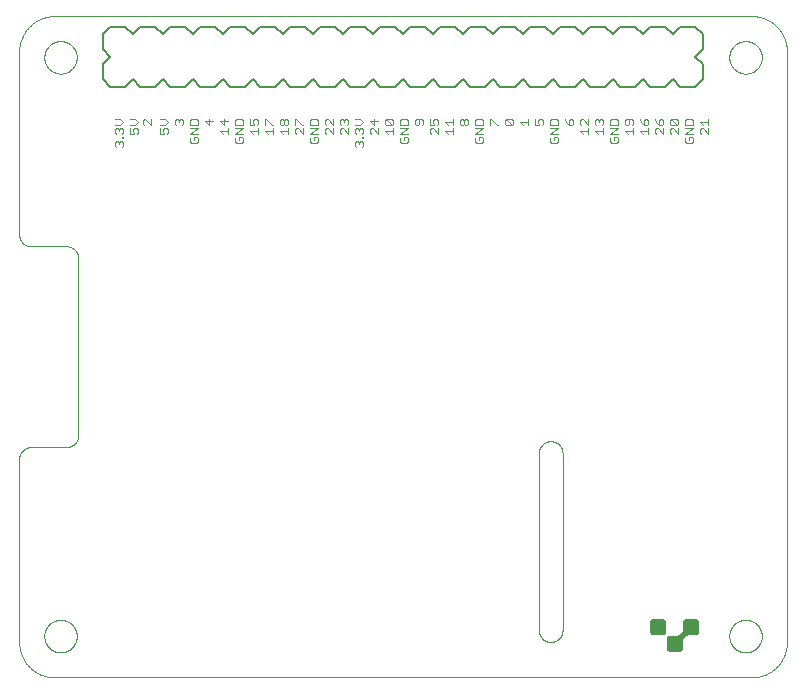
<source format=gto>
G75*
%MOIN*%
%OFA0B0*%
%FSLAX25Y25*%
%IPPOS*%
%LPD*%
%AMOC8*
5,1,8,0,0,1.08239X$1,22.5*
%
%ADD10C,0.00000*%
%ADD11C,0.00800*%
%ADD12C,0.00300*%
D10*
X0016811Y0005000D02*
X0249094Y0005000D01*
X0249379Y0005003D01*
X0249665Y0005014D01*
X0249950Y0005031D01*
X0250234Y0005055D01*
X0250518Y0005086D01*
X0250801Y0005124D01*
X0251082Y0005169D01*
X0251363Y0005220D01*
X0251643Y0005278D01*
X0251921Y0005343D01*
X0252197Y0005415D01*
X0252471Y0005493D01*
X0252744Y0005578D01*
X0253014Y0005670D01*
X0253282Y0005768D01*
X0253548Y0005872D01*
X0253811Y0005983D01*
X0254071Y0006100D01*
X0254329Y0006223D01*
X0254583Y0006353D01*
X0254834Y0006489D01*
X0255082Y0006630D01*
X0255326Y0006778D01*
X0255567Y0006931D01*
X0255803Y0007091D01*
X0256036Y0007256D01*
X0256265Y0007426D01*
X0256490Y0007602D01*
X0256710Y0007784D01*
X0256926Y0007970D01*
X0257137Y0008162D01*
X0257344Y0008359D01*
X0257546Y0008561D01*
X0257743Y0008768D01*
X0257935Y0008979D01*
X0258121Y0009195D01*
X0258303Y0009415D01*
X0258479Y0009640D01*
X0258649Y0009869D01*
X0258814Y0010102D01*
X0258974Y0010338D01*
X0259127Y0010579D01*
X0259275Y0010823D01*
X0259416Y0011071D01*
X0259552Y0011322D01*
X0259682Y0011576D01*
X0259805Y0011834D01*
X0259922Y0012094D01*
X0260033Y0012357D01*
X0260137Y0012623D01*
X0260235Y0012891D01*
X0260327Y0013161D01*
X0260412Y0013434D01*
X0260490Y0013708D01*
X0260562Y0013984D01*
X0260627Y0014262D01*
X0260685Y0014542D01*
X0260736Y0014823D01*
X0260781Y0015104D01*
X0260819Y0015387D01*
X0260850Y0015671D01*
X0260874Y0015955D01*
X0260891Y0016240D01*
X0260902Y0016526D01*
X0260905Y0016811D01*
X0260906Y0016811D02*
X0260906Y0213661D01*
X0260905Y0213661D02*
X0260902Y0213946D01*
X0260891Y0214232D01*
X0260874Y0214517D01*
X0260850Y0214801D01*
X0260819Y0215085D01*
X0260781Y0215368D01*
X0260736Y0215649D01*
X0260685Y0215930D01*
X0260627Y0216210D01*
X0260562Y0216488D01*
X0260490Y0216764D01*
X0260412Y0217038D01*
X0260327Y0217311D01*
X0260235Y0217581D01*
X0260137Y0217849D01*
X0260033Y0218115D01*
X0259922Y0218378D01*
X0259805Y0218638D01*
X0259682Y0218896D01*
X0259552Y0219150D01*
X0259416Y0219401D01*
X0259275Y0219649D01*
X0259127Y0219893D01*
X0258974Y0220134D01*
X0258814Y0220370D01*
X0258649Y0220603D01*
X0258479Y0220832D01*
X0258303Y0221057D01*
X0258121Y0221277D01*
X0257935Y0221493D01*
X0257743Y0221704D01*
X0257546Y0221911D01*
X0257344Y0222113D01*
X0257137Y0222310D01*
X0256926Y0222502D01*
X0256710Y0222688D01*
X0256490Y0222870D01*
X0256265Y0223046D01*
X0256036Y0223216D01*
X0255803Y0223381D01*
X0255567Y0223541D01*
X0255326Y0223694D01*
X0255082Y0223842D01*
X0254834Y0223983D01*
X0254583Y0224119D01*
X0254329Y0224249D01*
X0254071Y0224372D01*
X0253811Y0224489D01*
X0253548Y0224600D01*
X0253282Y0224704D01*
X0253014Y0224802D01*
X0252744Y0224894D01*
X0252471Y0224979D01*
X0252197Y0225057D01*
X0251921Y0225129D01*
X0251643Y0225194D01*
X0251363Y0225252D01*
X0251082Y0225303D01*
X0250801Y0225348D01*
X0250518Y0225386D01*
X0250234Y0225417D01*
X0249950Y0225441D01*
X0249665Y0225458D01*
X0249379Y0225469D01*
X0249094Y0225472D01*
X0016811Y0225472D01*
X0016526Y0225469D01*
X0016240Y0225458D01*
X0015955Y0225441D01*
X0015671Y0225417D01*
X0015387Y0225386D01*
X0015104Y0225348D01*
X0014823Y0225303D01*
X0014542Y0225252D01*
X0014262Y0225194D01*
X0013984Y0225129D01*
X0013708Y0225057D01*
X0013434Y0224979D01*
X0013161Y0224894D01*
X0012891Y0224802D01*
X0012623Y0224704D01*
X0012357Y0224600D01*
X0012094Y0224489D01*
X0011834Y0224372D01*
X0011576Y0224249D01*
X0011322Y0224119D01*
X0011071Y0223983D01*
X0010823Y0223842D01*
X0010579Y0223694D01*
X0010338Y0223541D01*
X0010102Y0223381D01*
X0009869Y0223216D01*
X0009640Y0223046D01*
X0009415Y0222870D01*
X0009195Y0222688D01*
X0008979Y0222502D01*
X0008768Y0222310D01*
X0008561Y0222113D01*
X0008359Y0221911D01*
X0008162Y0221704D01*
X0007970Y0221493D01*
X0007784Y0221277D01*
X0007602Y0221057D01*
X0007426Y0220832D01*
X0007256Y0220603D01*
X0007091Y0220370D01*
X0006931Y0220134D01*
X0006778Y0219893D01*
X0006630Y0219649D01*
X0006489Y0219401D01*
X0006353Y0219150D01*
X0006223Y0218896D01*
X0006100Y0218638D01*
X0005983Y0218378D01*
X0005872Y0218115D01*
X0005768Y0217849D01*
X0005670Y0217581D01*
X0005578Y0217311D01*
X0005493Y0217038D01*
X0005415Y0216764D01*
X0005343Y0216488D01*
X0005278Y0216210D01*
X0005220Y0215930D01*
X0005169Y0215649D01*
X0005124Y0215368D01*
X0005086Y0215085D01*
X0005055Y0214801D01*
X0005031Y0214517D01*
X0005014Y0214232D01*
X0005003Y0213946D01*
X0005000Y0213661D01*
X0005000Y0152638D01*
X0005002Y0152514D01*
X0005008Y0152391D01*
X0005017Y0152267D01*
X0005031Y0152145D01*
X0005048Y0152022D01*
X0005070Y0151900D01*
X0005095Y0151779D01*
X0005124Y0151659D01*
X0005156Y0151540D01*
X0005193Y0151421D01*
X0005233Y0151304D01*
X0005276Y0151189D01*
X0005324Y0151074D01*
X0005375Y0150962D01*
X0005429Y0150851D01*
X0005487Y0150741D01*
X0005548Y0150634D01*
X0005613Y0150528D01*
X0005681Y0150425D01*
X0005752Y0150324D01*
X0005826Y0150225D01*
X0005903Y0150128D01*
X0005984Y0150034D01*
X0006067Y0149943D01*
X0006153Y0149854D01*
X0006242Y0149768D01*
X0006333Y0149685D01*
X0006427Y0149604D01*
X0006524Y0149527D01*
X0006623Y0149453D01*
X0006724Y0149382D01*
X0006827Y0149314D01*
X0006933Y0149249D01*
X0007040Y0149188D01*
X0007150Y0149130D01*
X0007261Y0149076D01*
X0007373Y0149025D01*
X0007488Y0148977D01*
X0007603Y0148934D01*
X0007720Y0148894D01*
X0007839Y0148857D01*
X0007958Y0148825D01*
X0008078Y0148796D01*
X0008199Y0148771D01*
X0008321Y0148749D01*
X0008444Y0148732D01*
X0008566Y0148718D01*
X0008690Y0148709D01*
X0008813Y0148703D01*
X0008937Y0148701D01*
X0020748Y0148701D01*
X0020872Y0148699D01*
X0020995Y0148693D01*
X0021119Y0148684D01*
X0021241Y0148670D01*
X0021364Y0148653D01*
X0021486Y0148631D01*
X0021607Y0148606D01*
X0021727Y0148577D01*
X0021846Y0148545D01*
X0021965Y0148508D01*
X0022082Y0148468D01*
X0022197Y0148425D01*
X0022312Y0148377D01*
X0022424Y0148326D01*
X0022535Y0148272D01*
X0022645Y0148214D01*
X0022752Y0148153D01*
X0022858Y0148088D01*
X0022961Y0148020D01*
X0023062Y0147949D01*
X0023161Y0147875D01*
X0023258Y0147798D01*
X0023352Y0147717D01*
X0023443Y0147634D01*
X0023532Y0147548D01*
X0023618Y0147459D01*
X0023701Y0147368D01*
X0023782Y0147274D01*
X0023859Y0147177D01*
X0023933Y0147078D01*
X0024004Y0146977D01*
X0024072Y0146874D01*
X0024137Y0146768D01*
X0024198Y0146661D01*
X0024256Y0146551D01*
X0024310Y0146440D01*
X0024361Y0146328D01*
X0024409Y0146213D01*
X0024452Y0146098D01*
X0024492Y0145981D01*
X0024529Y0145862D01*
X0024561Y0145743D01*
X0024590Y0145623D01*
X0024615Y0145502D01*
X0024637Y0145380D01*
X0024654Y0145257D01*
X0024668Y0145135D01*
X0024677Y0145011D01*
X0024683Y0144888D01*
X0024685Y0144764D01*
X0024685Y0085709D01*
X0024683Y0085585D01*
X0024677Y0085462D01*
X0024668Y0085338D01*
X0024654Y0085216D01*
X0024637Y0085093D01*
X0024615Y0084971D01*
X0024590Y0084850D01*
X0024561Y0084730D01*
X0024529Y0084611D01*
X0024492Y0084492D01*
X0024452Y0084375D01*
X0024409Y0084260D01*
X0024361Y0084145D01*
X0024310Y0084033D01*
X0024256Y0083922D01*
X0024198Y0083812D01*
X0024137Y0083705D01*
X0024072Y0083599D01*
X0024004Y0083496D01*
X0023933Y0083395D01*
X0023859Y0083296D01*
X0023782Y0083199D01*
X0023701Y0083105D01*
X0023618Y0083014D01*
X0023532Y0082925D01*
X0023443Y0082839D01*
X0023352Y0082756D01*
X0023258Y0082675D01*
X0023161Y0082598D01*
X0023062Y0082524D01*
X0022961Y0082453D01*
X0022858Y0082385D01*
X0022752Y0082320D01*
X0022645Y0082259D01*
X0022535Y0082201D01*
X0022424Y0082147D01*
X0022312Y0082096D01*
X0022197Y0082048D01*
X0022082Y0082005D01*
X0021965Y0081965D01*
X0021846Y0081928D01*
X0021727Y0081896D01*
X0021607Y0081867D01*
X0021486Y0081842D01*
X0021364Y0081820D01*
X0021241Y0081803D01*
X0021119Y0081789D01*
X0020995Y0081780D01*
X0020872Y0081774D01*
X0020748Y0081772D01*
X0008937Y0081772D01*
X0008813Y0081770D01*
X0008690Y0081764D01*
X0008566Y0081755D01*
X0008444Y0081741D01*
X0008321Y0081724D01*
X0008199Y0081702D01*
X0008078Y0081677D01*
X0007958Y0081648D01*
X0007839Y0081616D01*
X0007720Y0081579D01*
X0007603Y0081539D01*
X0007488Y0081496D01*
X0007373Y0081448D01*
X0007261Y0081397D01*
X0007150Y0081343D01*
X0007040Y0081285D01*
X0006933Y0081224D01*
X0006827Y0081159D01*
X0006724Y0081091D01*
X0006623Y0081020D01*
X0006524Y0080946D01*
X0006427Y0080869D01*
X0006333Y0080788D01*
X0006242Y0080705D01*
X0006153Y0080619D01*
X0006067Y0080530D01*
X0005984Y0080439D01*
X0005903Y0080345D01*
X0005826Y0080248D01*
X0005752Y0080149D01*
X0005681Y0080048D01*
X0005613Y0079945D01*
X0005548Y0079839D01*
X0005487Y0079732D01*
X0005429Y0079622D01*
X0005375Y0079511D01*
X0005324Y0079399D01*
X0005276Y0079284D01*
X0005233Y0079169D01*
X0005193Y0079052D01*
X0005156Y0078933D01*
X0005124Y0078814D01*
X0005095Y0078694D01*
X0005070Y0078573D01*
X0005048Y0078451D01*
X0005031Y0078328D01*
X0005017Y0078206D01*
X0005008Y0078082D01*
X0005002Y0077959D01*
X0005000Y0077835D01*
X0005000Y0016811D01*
X0005003Y0016526D01*
X0005014Y0016240D01*
X0005031Y0015955D01*
X0005055Y0015671D01*
X0005086Y0015387D01*
X0005124Y0015104D01*
X0005169Y0014823D01*
X0005220Y0014542D01*
X0005278Y0014262D01*
X0005343Y0013984D01*
X0005415Y0013708D01*
X0005493Y0013434D01*
X0005578Y0013161D01*
X0005670Y0012891D01*
X0005768Y0012623D01*
X0005872Y0012357D01*
X0005983Y0012094D01*
X0006100Y0011834D01*
X0006223Y0011576D01*
X0006353Y0011322D01*
X0006489Y0011071D01*
X0006630Y0010823D01*
X0006778Y0010579D01*
X0006931Y0010338D01*
X0007091Y0010102D01*
X0007256Y0009869D01*
X0007426Y0009640D01*
X0007602Y0009415D01*
X0007784Y0009195D01*
X0007970Y0008979D01*
X0008162Y0008768D01*
X0008359Y0008561D01*
X0008561Y0008359D01*
X0008768Y0008162D01*
X0008979Y0007970D01*
X0009195Y0007784D01*
X0009415Y0007602D01*
X0009640Y0007426D01*
X0009869Y0007256D01*
X0010102Y0007091D01*
X0010338Y0006931D01*
X0010579Y0006778D01*
X0010823Y0006630D01*
X0011071Y0006489D01*
X0011322Y0006353D01*
X0011576Y0006223D01*
X0011834Y0006100D01*
X0012094Y0005983D01*
X0012357Y0005872D01*
X0012623Y0005768D01*
X0012891Y0005670D01*
X0013161Y0005578D01*
X0013434Y0005493D01*
X0013708Y0005415D01*
X0013984Y0005343D01*
X0014262Y0005278D01*
X0014542Y0005220D01*
X0014823Y0005169D01*
X0015104Y0005124D01*
X0015387Y0005086D01*
X0015671Y0005055D01*
X0015955Y0005031D01*
X0016240Y0005014D01*
X0016526Y0005003D01*
X0016811Y0005000D01*
X0013367Y0018780D02*
X0013369Y0018927D01*
X0013375Y0019073D01*
X0013385Y0019219D01*
X0013399Y0019365D01*
X0013417Y0019511D01*
X0013438Y0019656D01*
X0013464Y0019800D01*
X0013494Y0019944D01*
X0013527Y0020086D01*
X0013564Y0020228D01*
X0013605Y0020369D01*
X0013650Y0020508D01*
X0013699Y0020647D01*
X0013751Y0020784D01*
X0013808Y0020919D01*
X0013867Y0021053D01*
X0013931Y0021185D01*
X0013998Y0021315D01*
X0014068Y0021444D01*
X0014142Y0021571D01*
X0014219Y0021695D01*
X0014300Y0021818D01*
X0014384Y0021938D01*
X0014471Y0022056D01*
X0014561Y0022171D01*
X0014654Y0022284D01*
X0014751Y0022395D01*
X0014850Y0022503D01*
X0014952Y0022608D01*
X0015057Y0022710D01*
X0015165Y0022809D01*
X0015276Y0022906D01*
X0015389Y0022999D01*
X0015504Y0023089D01*
X0015622Y0023176D01*
X0015742Y0023260D01*
X0015865Y0023341D01*
X0015989Y0023418D01*
X0016116Y0023492D01*
X0016245Y0023562D01*
X0016375Y0023629D01*
X0016507Y0023693D01*
X0016641Y0023752D01*
X0016776Y0023809D01*
X0016913Y0023861D01*
X0017052Y0023910D01*
X0017191Y0023955D01*
X0017332Y0023996D01*
X0017474Y0024033D01*
X0017616Y0024066D01*
X0017760Y0024096D01*
X0017904Y0024122D01*
X0018049Y0024143D01*
X0018195Y0024161D01*
X0018341Y0024175D01*
X0018487Y0024185D01*
X0018633Y0024191D01*
X0018780Y0024193D01*
X0018927Y0024191D01*
X0019073Y0024185D01*
X0019219Y0024175D01*
X0019365Y0024161D01*
X0019511Y0024143D01*
X0019656Y0024122D01*
X0019800Y0024096D01*
X0019944Y0024066D01*
X0020086Y0024033D01*
X0020228Y0023996D01*
X0020369Y0023955D01*
X0020508Y0023910D01*
X0020647Y0023861D01*
X0020784Y0023809D01*
X0020919Y0023752D01*
X0021053Y0023693D01*
X0021185Y0023629D01*
X0021315Y0023562D01*
X0021444Y0023492D01*
X0021571Y0023418D01*
X0021695Y0023341D01*
X0021818Y0023260D01*
X0021938Y0023176D01*
X0022056Y0023089D01*
X0022171Y0022999D01*
X0022284Y0022906D01*
X0022395Y0022809D01*
X0022503Y0022710D01*
X0022608Y0022608D01*
X0022710Y0022503D01*
X0022809Y0022395D01*
X0022906Y0022284D01*
X0022999Y0022171D01*
X0023089Y0022056D01*
X0023176Y0021938D01*
X0023260Y0021818D01*
X0023341Y0021695D01*
X0023418Y0021571D01*
X0023492Y0021444D01*
X0023562Y0021315D01*
X0023629Y0021185D01*
X0023693Y0021053D01*
X0023752Y0020919D01*
X0023809Y0020784D01*
X0023861Y0020647D01*
X0023910Y0020508D01*
X0023955Y0020369D01*
X0023996Y0020228D01*
X0024033Y0020086D01*
X0024066Y0019944D01*
X0024096Y0019800D01*
X0024122Y0019656D01*
X0024143Y0019511D01*
X0024161Y0019365D01*
X0024175Y0019219D01*
X0024185Y0019073D01*
X0024191Y0018927D01*
X0024193Y0018780D01*
X0024191Y0018633D01*
X0024185Y0018487D01*
X0024175Y0018341D01*
X0024161Y0018195D01*
X0024143Y0018049D01*
X0024122Y0017904D01*
X0024096Y0017760D01*
X0024066Y0017616D01*
X0024033Y0017474D01*
X0023996Y0017332D01*
X0023955Y0017191D01*
X0023910Y0017052D01*
X0023861Y0016913D01*
X0023809Y0016776D01*
X0023752Y0016641D01*
X0023693Y0016507D01*
X0023629Y0016375D01*
X0023562Y0016245D01*
X0023492Y0016116D01*
X0023418Y0015989D01*
X0023341Y0015865D01*
X0023260Y0015742D01*
X0023176Y0015622D01*
X0023089Y0015504D01*
X0022999Y0015389D01*
X0022906Y0015276D01*
X0022809Y0015165D01*
X0022710Y0015057D01*
X0022608Y0014952D01*
X0022503Y0014850D01*
X0022395Y0014751D01*
X0022284Y0014654D01*
X0022171Y0014561D01*
X0022056Y0014471D01*
X0021938Y0014384D01*
X0021818Y0014300D01*
X0021695Y0014219D01*
X0021571Y0014142D01*
X0021444Y0014068D01*
X0021315Y0013998D01*
X0021185Y0013931D01*
X0021053Y0013867D01*
X0020919Y0013808D01*
X0020784Y0013751D01*
X0020647Y0013699D01*
X0020508Y0013650D01*
X0020369Y0013605D01*
X0020228Y0013564D01*
X0020086Y0013527D01*
X0019944Y0013494D01*
X0019800Y0013464D01*
X0019656Y0013438D01*
X0019511Y0013417D01*
X0019365Y0013399D01*
X0019219Y0013385D01*
X0019073Y0013375D01*
X0018927Y0013369D01*
X0018780Y0013367D01*
X0018633Y0013369D01*
X0018487Y0013375D01*
X0018341Y0013385D01*
X0018195Y0013399D01*
X0018049Y0013417D01*
X0017904Y0013438D01*
X0017760Y0013464D01*
X0017616Y0013494D01*
X0017474Y0013527D01*
X0017332Y0013564D01*
X0017191Y0013605D01*
X0017052Y0013650D01*
X0016913Y0013699D01*
X0016776Y0013751D01*
X0016641Y0013808D01*
X0016507Y0013867D01*
X0016375Y0013931D01*
X0016245Y0013998D01*
X0016116Y0014068D01*
X0015989Y0014142D01*
X0015865Y0014219D01*
X0015742Y0014300D01*
X0015622Y0014384D01*
X0015504Y0014471D01*
X0015389Y0014561D01*
X0015276Y0014654D01*
X0015165Y0014751D01*
X0015057Y0014850D01*
X0014952Y0014952D01*
X0014850Y0015057D01*
X0014751Y0015165D01*
X0014654Y0015276D01*
X0014561Y0015389D01*
X0014471Y0015504D01*
X0014384Y0015622D01*
X0014300Y0015742D01*
X0014219Y0015865D01*
X0014142Y0015989D01*
X0014068Y0016116D01*
X0013998Y0016245D01*
X0013931Y0016375D01*
X0013867Y0016507D01*
X0013808Y0016641D01*
X0013751Y0016776D01*
X0013699Y0016913D01*
X0013650Y0017052D01*
X0013605Y0017191D01*
X0013564Y0017332D01*
X0013527Y0017474D01*
X0013494Y0017616D01*
X0013464Y0017760D01*
X0013438Y0017904D01*
X0013417Y0018049D01*
X0013399Y0018195D01*
X0013385Y0018341D01*
X0013375Y0018487D01*
X0013369Y0018633D01*
X0013367Y0018780D01*
X0178228Y0020748D02*
X0178228Y0079803D01*
X0178230Y0079927D01*
X0178236Y0080050D01*
X0178245Y0080174D01*
X0178259Y0080296D01*
X0178276Y0080419D01*
X0178298Y0080541D01*
X0178323Y0080662D01*
X0178352Y0080782D01*
X0178384Y0080901D01*
X0178421Y0081020D01*
X0178461Y0081137D01*
X0178504Y0081252D01*
X0178552Y0081367D01*
X0178603Y0081479D01*
X0178657Y0081590D01*
X0178715Y0081700D01*
X0178776Y0081807D01*
X0178841Y0081913D01*
X0178909Y0082016D01*
X0178980Y0082117D01*
X0179054Y0082216D01*
X0179131Y0082313D01*
X0179212Y0082407D01*
X0179295Y0082498D01*
X0179381Y0082587D01*
X0179470Y0082673D01*
X0179561Y0082756D01*
X0179655Y0082837D01*
X0179752Y0082914D01*
X0179851Y0082988D01*
X0179952Y0083059D01*
X0180055Y0083127D01*
X0180161Y0083192D01*
X0180268Y0083253D01*
X0180378Y0083311D01*
X0180489Y0083365D01*
X0180601Y0083416D01*
X0180716Y0083464D01*
X0180831Y0083507D01*
X0180948Y0083547D01*
X0181067Y0083584D01*
X0181186Y0083616D01*
X0181306Y0083645D01*
X0181427Y0083670D01*
X0181549Y0083692D01*
X0181672Y0083709D01*
X0181794Y0083723D01*
X0181918Y0083732D01*
X0182041Y0083738D01*
X0182165Y0083740D01*
X0182289Y0083738D01*
X0182412Y0083732D01*
X0182536Y0083723D01*
X0182658Y0083709D01*
X0182781Y0083692D01*
X0182903Y0083670D01*
X0183024Y0083645D01*
X0183144Y0083616D01*
X0183263Y0083584D01*
X0183382Y0083547D01*
X0183499Y0083507D01*
X0183614Y0083464D01*
X0183729Y0083416D01*
X0183841Y0083365D01*
X0183952Y0083311D01*
X0184062Y0083253D01*
X0184169Y0083192D01*
X0184275Y0083127D01*
X0184378Y0083059D01*
X0184479Y0082988D01*
X0184578Y0082914D01*
X0184675Y0082837D01*
X0184769Y0082756D01*
X0184860Y0082673D01*
X0184949Y0082587D01*
X0185035Y0082498D01*
X0185118Y0082407D01*
X0185199Y0082313D01*
X0185276Y0082216D01*
X0185350Y0082117D01*
X0185421Y0082016D01*
X0185489Y0081913D01*
X0185554Y0081807D01*
X0185615Y0081700D01*
X0185673Y0081590D01*
X0185727Y0081479D01*
X0185778Y0081367D01*
X0185826Y0081252D01*
X0185869Y0081137D01*
X0185909Y0081020D01*
X0185946Y0080901D01*
X0185978Y0080782D01*
X0186007Y0080662D01*
X0186032Y0080541D01*
X0186054Y0080419D01*
X0186071Y0080296D01*
X0186085Y0080174D01*
X0186094Y0080050D01*
X0186100Y0079927D01*
X0186102Y0079803D01*
X0186102Y0020748D01*
X0182165Y0016811D02*
X0182041Y0016813D01*
X0181918Y0016819D01*
X0181794Y0016828D01*
X0181672Y0016842D01*
X0181549Y0016859D01*
X0181427Y0016881D01*
X0181306Y0016906D01*
X0181186Y0016935D01*
X0181067Y0016967D01*
X0180948Y0017004D01*
X0180831Y0017044D01*
X0180716Y0017087D01*
X0180601Y0017135D01*
X0180489Y0017186D01*
X0180378Y0017240D01*
X0180268Y0017298D01*
X0180161Y0017359D01*
X0180055Y0017424D01*
X0179952Y0017492D01*
X0179851Y0017563D01*
X0179752Y0017637D01*
X0179655Y0017714D01*
X0179561Y0017795D01*
X0179470Y0017878D01*
X0179381Y0017964D01*
X0179295Y0018053D01*
X0179212Y0018144D01*
X0179131Y0018238D01*
X0179054Y0018335D01*
X0178980Y0018434D01*
X0178909Y0018535D01*
X0178841Y0018638D01*
X0178776Y0018744D01*
X0178715Y0018851D01*
X0178657Y0018961D01*
X0178603Y0019072D01*
X0178552Y0019184D01*
X0178504Y0019299D01*
X0178461Y0019414D01*
X0178421Y0019531D01*
X0178384Y0019650D01*
X0178352Y0019769D01*
X0178323Y0019889D01*
X0178298Y0020010D01*
X0178276Y0020132D01*
X0178259Y0020255D01*
X0178245Y0020377D01*
X0178236Y0020501D01*
X0178230Y0020624D01*
X0178228Y0020748D01*
X0182165Y0016811D02*
X0182289Y0016813D01*
X0182412Y0016819D01*
X0182536Y0016828D01*
X0182658Y0016842D01*
X0182781Y0016859D01*
X0182903Y0016881D01*
X0183024Y0016906D01*
X0183144Y0016935D01*
X0183263Y0016967D01*
X0183382Y0017004D01*
X0183499Y0017044D01*
X0183614Y0017087D01*
X0183729Y0017135D01*
X0183841Y0017186D01*
X0183952Y0017240D01*
X0184062Y0017298D01*
X0184169Y0017359D01*
X0184275Y0017424D01*
X0184378Y0017492D01*
X0184479Y0017563D01*
X0184578Y0017637D01*
X0184675Y0017714D01*
X0184769Y0017795D01*
X0184860Y0017878D01*
X0184949Y0017964D01*
X0185035Y0018053D01*
X0185118Y0018144D01*
X0185199Y0018238D01*
X0185276Y0018335D01*
X0185350Y0018434D01*
X0185421Y0018535D01*
X0185489Y0018638D01*
X0185554Y0018744D01*
X0185615Y0018851D01*
X0185673Y0018961D01*
X0185727Y0019072D01*
X0185778Y0019184D01*
X0185826Y0019299D01*
X0185869Y0019414D01*
X0185909Y0019531D01*
X0185946Y0019650D01*
X0185978Y0019769D01*
X0186007Y0019889D01*
X0186032Y0020010D01*
X0186054Y0020132D01*
X0186071Y0020255D01*
X0186085Y0020377D01*
X0186094Y0020501D01*
X0186100Y0020624D01*
X0186102Y0020748D01*
X0241713Y0018780D02*
X0241715Y0018927D01*
X0241721Y0019073D01*
X0241731Y0019219D01*
X0241745Y0019365D01*
X0241763Y0019511D01*
X0241784Y0019656D01*
X0241810Y0019800D01*
X0241840Y0019944D01*
X0241873Y0020086D01*
X0241910Y0020228D01*
X0241951Y0020369D01*
X0241996Y0020508D01*
X0242045Y0020647D01*
X0242097Y0020784D01*
X0242154Y0020919D01*
X0242213Y0021053D01*
X0242277Y0021185D01*
X0242344Y0021315D01*
X0242414Y0021444D01*
X0242488Y0021571D01*
X0242565Y0021695D01*
X0242646Y0021818D01*
X0242730Y0021938D01*
X0242817Y0022056D01*
X0242907Y0022171D01*
X0243000Y0022284D01*
X0243097Y0022395D01*
X0243196Y0022503D01*
X0243298Y0022608D01*
X0243403Y0022710D01*
X0243511Y0022809D01*
X0243622Y0022906D01*
X0243735Y0022999D01*
X0243850Y0023089D01*
X0243968Y0023176D01*
X0244088Y0023260D01*
X0244211Y0023341D01*
X0244335Y0023418D01*
X0244462Y0023492D01*
X0244591Y0023562D01*
X0244721Y0023629D01*
X0244853Y0023693D01*
X0244987Y0023752D01*
X0245122Y0023809D01*
X0245259Y0023861D01*
X0245398Y0023910D01*
X0245537Y0023955D01*
X0245678Y0023996D01*
X0245820Y0024033D01*
X0245962Y0024066D01*
X0246106Y0024096D01*
X0246250Y0024122D01*
X0246395Y0024143D01*
X0246541Y0024161D01*
X0246687Y0024175D01*
X0246833Y0024185D01*
X0246979Y0024191D01*
X0247126Y0024193D01*
X0247273Y0024191D01*
X0247419Y0024185D01*
X0247565Y0024175D01*
X0247711Y0024161D01*
X0247857Y0024143D01*
X0248002Y0024122D01*
X0248146Y0024096D01*
X0248290Y0024066D01*
X0248432Y0024033D01*
X0248574Y0023996D01*
X0248715Y0023955D01*
X0248854Y0023910D01*
X0248993Y0023861D01*
X0249130Y0023809D01*
X0249265Y0023752D01*
X0249399Y0023693D01*
X0249531Y0023629D01*
X0249661Y0023562D01*
X0249790Y0023492D01*
X0249917Y0023418D01*
X0250041Y0023341D01*
X0250164Y0023260D01*
X0250284Y0023176D01*
X0250402Y0023089D01*
X0250517Y0022999D01*
X0250630Y0022906D01*
X0250741Y0022809D01*
X0250849Y0022710D01*
X0250954Y0022608D01*
X0251056Y0022503D01*
X0251155Y0022395D01*
X0251252Y0022284D01*
X0251345Y0022171D01*
X0251435Y0022056D01*
X0251522Y0021938D01*
X0251606Y0021818D01*
X0251687Y0021695D01*
X0251764Y0021571D01*
X0251838Y0021444D01*
X0251908Y0021315D01*
X0251975Y0021185D01*
X0252039Y0021053D01*
X0252098Y0020919D01*
X0252155Y0020784D01*
X0252207Y0020647D01*
X0252256Y0020508D01*
X0252301Y0020369D01*
X0252342Y0020228D01*
X0252379Y0020086D01*
X0252412Y0019944D01*
X0252442Y0019800D01*
X0252468Y0019656D01*
X0252489Y0019511D01*
X0252507Y0019365D01*
X0252521Y0019219D01*
X0252531Y0019073D01*
X0252537Y0018927D01*
X0252539Y0018780D01*
X0252537Y0018633D01*
X0252531Y0018487D01*
X0252521Y0018341D01*
X0252507Y0018195D01*
X0252489Y0018049D01*
X0252468Y0017904D01*
X0252442Y0017760D01*
X0252412Y0017616D01*
X0252379Y0017474D01*
X0252342Y0017332D01*
X0252301Y0017191D01*
X0252256Y0017052D01*
X0252207Y0016913D01*
X0252155Y0016776D01*
X0252098Y0016641D01*
X0252039Y0016507D01*
X0251975Y0016375D01*
X0251908Y0016245D01*
X0251838Y0016116D01*
X0251764Y0015989D01*
X0251687Y0015865D01*
X0251606Y0015742D01*
X0251522Y0015622D01*
X0251435Y0015504D01*
X0251345Y0015389D01*
X0251252Y0015276D01*
X0251155Y0015165D01*
X0251056Y0015057D01*
X0250954Y0014952D01*
X0250849Y0014850D01*
X0250741Y0014751D01*
X0250630Y0014654D01*
X0250517Y0014561D01*
X0250402Y0014471D01*
X0250284Y0014384D01*
X0250164Y0014300D01*
X0250041Y0014219D01*
X0249917Y0014142D01*
X0249790Y0014068D01*
X0249661Y0013998D01*
X0249531Y0013931D01*
X0249399Y0013867D01*
X0249265Y0013808D01*
X0249130Y0013751D01*
X0248993Y0013699D01*
X0248854Y0013650D01*
X0248715Y0013605D01*
X0248574Y0013564D01*
X0248432Y0013527D01*
X0248290Y0013494D01*
X0248146Y0013464D01*
X0248002Y0013438D01*
X0247857Y0013417D01*
X0247711Y0013399D01*
X0247565Y0013385D01*
X0247419Y0013375D01*
X0247273Y0013369D01*
X0247126Y0013367D01*
X0246979Y0013369D01*
X0246833Y0013375D01*
X0246687Y0013385D01*
X0246541Y0013399D01*
X0246395Y0013417D01*
X0246250Y0013438D01*
X0246106Y0013464D01*
X0245962Y0013494D01*
X0245820Y0013527D01*
X0245678Y0013564D01*
X0245537Y0013605D01*
X0245398Y0013650D01*
X0245259Y0013699D01*
X0245122Y0013751D01*
X0244987Y0013808D01*
X0244853Y0013867D01*
X0244721Y0013931D01*
X0244591Y0013998D01*
X0244462Y0014068D01*
X0244335Y0014142D01*
X0244211Y0014219D01*
X0244088Y0014300D01*
X0243968Y0014384D01*
X0243850Y0014471D01*
X0243735Y0014561D01*
X0243622Y0014654D01*
X0243511Y0014751D01*
X0243403Y0014850D01*
X0243298Y0014952D01*
X0243196Y0015057D01*
X0243097Y0015165D01*
X0243000Y0015276D01*
X0242907Y0015389D01*
X0242817Y0015504D01*
X0242730Y0015622D01*
X0242646Y0015742D01*
X0242565Y0015865D01*
X0242488Y0015989D01*
X0242414Y0016116D01*
X0242344Y0016245D01*
X0242277Y0016375D01*
X0242213Y0016507D01*
X0242154Y0016641D01*
X0242097Y0016776D01*
X0242045Y0016913D01*
X0241996Y0017052D01*
X0241951Y0017191D01*
X0241910Y0017332D01*
X0241873Y0017474D01*
X0241840Y0017616D01*
X0241810Y0017760D01*
X0241784Y0017904D01*
X0241763Y0018049D01*
X0241745Y0018195D01*
X0241731Y0018341D01*
X0241721Y0018487D01*
X0241715Y0018633D01*
X0241713Y0018780D01*
X0241713Y0211693D02*
X0241715Y0211840D01*
X0241721Y0211986D01*
X0241731Y0212132D01*
X0241745Y0212278D01*
X0241763Y0212424D01*
X0241784Y0212569D01*
X0241810Y0212713D01*
X0241840Y0212857D01*
X0241873Y0212999D01*
X0241910Y0213141D01*
X0241951Y0213282D01*
X0241996Y0213421D01*
X0242045Y0213560D01*
X0242097Y0213697D01*
X0242154Y0213832D01*
X0242213Y0213966D01*
X0242277Y0214098D01*
X0242344Y0214228D01*
X0242414Y0214357D01*
X0242488Y0214484D01*
X0242565Y0214608D01*
X0242646Y0214731D01*
X0242730Y0214851D01*
X0242817Y0214969D01*
X0242907Y0215084D01*
X0243000Y0215197D01*
X0243097Y0215308D01*
X0243196Y0215416D01*
X0243298Y0215521D01*
X0243403Y0215623D01*
X0243511Y0215722D01*
X0243622Y0215819D01*
X0243735Y0215912D01*
X0243850Y0216002D01*
X0243968Y0216089D01*
X0244088Y0216173D01*
X0244211Y0216254D01*
X0244335Y0216331D01*
X0244462Y0216405D01*
X0244591Y0216475D01*
X0244721Y0216542D01*
X0244853Y0216606D01*
X0244987Y0216665D01*
X0245122Y0216722D01*
X0245259Y0216774D01*
X0245398Y0216823D01*
X0245537Y0216868D01*
X0245678Y0216909D01*
X0245820Y0216946D01*
X0245962Y0216979D01*
X0246106Y0217009D01*
X0246250Y0217035D01*
X0246395Y0217056D01*
X0246541Y0217074D01*
X0246687Y0217088D01*
X0246833Y0217098D01*
X0246979Y0217104D01*
X0247126Y0217106D01*
X0247273Y0217104D01*
X0247419Y0217098D01*
X0247565Y0217088D01*
X0247711Y0217074D01*
X0247857Y0217056D01*
X0248002Y0217035D01*
X0248146Y0217009D01*
X0248290Y0216979D01*
X0248432Y0216946D01*
X0248574Y0216909D01*
X0248715Y0216868D01*
X0248854Y0216823D01*
X0248993Y0216774D01*
X0249130Y0216722D01*
X0249265Y0216665D01*
X0249399Y0216606D01*
X0249531Y0216542D01*
X0249661Y0216475D01*
X0249790Y0216405D01*
X0249917Y0216331D01*
X0250041Y0216254D01*
X0250164Y0216173D01*
X0250284Y0216089D01*
X0250402Y0216002D01*
X0250517Y0215912D01*
X0250630Y0215819D01*
X0250741Y0215722D01*
X0250849Y0215623D01*
X0250954Y0215521D01*
X0251056Y0215416D01*
X0251155Y0215308D01*
X0251252Y0215197D01*
X0251345Y0215084D01*
X0251435Y0214969D01*
X0251522Y0214851D01*
X0251606Y0214731D01*
X0251687Y0214608D01*
X0251764Y0214484D01*
X0251838Y0214357D01*
X0251908Y0214228D01*
X0251975Y0214098D01*
X0252039Y0213966D01*
X0252098Y0213832D01*
X0252155Y0213697D01*
X0252207Y0213560D01*
X0252256Y0213421D01*
X0252301Y0213282D01*
X0252342Y0213141D01*
X0252379Y0212999D01*
X0252412Y0212857D01*
X0252442Y0212713D01*
X0252468Y0212569D01*
X0252489Y0212424D01*
X0252507Y0212278D01*
X0252521Y0212132D01*
X0252531Y0211986D01*
X0252537Y0211840D01*
X0252539Y0211693D01*
X0252537Y0211546D01*
X0252531Y0211400D01*
X0252521Y0211254D01*
X0252507Y0211108D01*
X0252489Y0210962D01*
X0252468Y0210817D01*
X0252442Y0210673D01*
X0252412Y0210529D01*
X0252379Y0210387D01*
X0252342Y0210245D01*
X0252301Y0210104D01*
X0252256Y0209965D01*
X0252207Y0209826D01*
X0252155Y0209689D01*
X0252098Y0209554D01*
X0252039Y0209420D01*
X0251975Y0209288D01*
X0251908Y0209158D01*
X0251838Y0209029D01*
X0251764Y0208902D01*
X0251687Y0208778D01*
X0251606Y0208655D01*
X0251522Y0208535D01*
X0251435Y0208417D01*
X0251345Y0208302D01*
X0251252Y0208189D01*
X0251155Y0208078D01*
X0251056Y0207970D01*
X0250954Y0207865D01*
X0250849Y0207763D01*
X0250741Y0207664D01*
X0250630Y0207567D01*
X0250517Y0207474D01*
X0250402Y0207384D01*
X0250284Y0207297D01*
X0250164Y0207213D01*
X0250041Y0207132D01*
X0249917Y0207055D01*
X0249790Y0206981D01*
X0249661Y0206911D01*
X0249531Y0206844D01*
X0249399Y0206780D01*
X0249265Y0206721D01*
X0249130Y0206664D01*
X0248993Y0206612D01*
X0248854Y0206563D01*
X0248715Y0206518D01*
X0248574Y0206477D01*
X0248432Y0206440D01*
X0248290Y0206407D01*
X0248146Y0206377D01*
X0248002Y0206351D01*
X0247857Y0206330D01*
X0247711Y0206312D01*
X0247565Y0206298D01*
X0247419Y0206288D01*
X0247273Y0206282D01*
X0247126Y0206280D01*
X0246979Y0206282D01*
X0246833Y0206288D01*
X0246687Y0206298D01*
X0246541Y0206312D01*
X0246395Y0206330D01*
X0246250Y0206351D01*
X0246106Y0206377D01*
X0245962Y0206407D01*
X0245820Y0206440D01*
X0245678Y0206477D01*
X0245537Y0206518D01*
X0245398Y0206563D01*
X0245259Y0206612D01*
X0245122Y0206664D01*
X0244987Y0206721D01*
X0244853Y0206780D01*
X0244721Y0206844D01*
X0244591Y0206911D01*
X0244462Y0206981D01*
X0244335Y0207055D01*
X0244211Y0207132D01*
X0244088Y0207213D01*
X0243968Y0207297D01*
X0243850Y0207384D01*
X0243735Y0207474D01*
X0243622Y0207567D01*
X0243511Y0207664D01*
X0243403Y0207763D01*
X0243298Y0207865D01*
X0243196Y0207970D01*
X0243097Y0208078D01*
X0243000Y0208189D01*
X0242907Y0208302D01*
X0242817Y0208417D01*
X0242730Y0208535D01*
X0242646Y0208655D01*
X0242565Y0208778D01*
X0242488Y0208902D01*
X0242414Y0209029D01*
X0242344Y0209158D01*
X0242277Y0209288D01*
X0242213Y0209420D01*
X0242154Y0209554D01*
X0242097Y0209689D01*
X0242045Y0209826D01*
X0241996Y0209965D01*
X0241951Y0210104D01*
X0241910Y0210245D01*
X0241873Y0210387D01*
X0241840Y0210529D01*
X0241810Y0210673D01*
X0241784Y0210817D01*
X0241763Y0210962D01*
X0241745Y0211108D01*
X0241731Y0211254D01*
X0241721Y0211400D01*
X0241715Y0211546D01*
X0241713Y0211693D01*
X0013367Y0211693D02*
X0013369Y0211840D01*
X0013375Y0211986D01*
X0013385Y0212132D01*
X0013399Y0212278D01*
X0013417Y0212424D01*
X0013438Y0212569D01*
X0013464Y0212713D01*
X0013494Y0212857D01*
X0013527Y0212999D01*
X0013564Y0213141D01*
X0013605Y0213282D01*
X0013650Y0213421D01*
X0013699Y0213560D01*
X0013751Y0213697D01*
X0013808Y0213832D01*
X0013867Y0213966D01*
X0013931Y0214098D01*
X0013998Y0214228D01*
X0014068Y0214357D01*
X0014142Y0214484D01*
X0014219Y0214608D01*
X0014300Y0214731D01*
X0014384Y0214851D01*
X0014471Y0214969D01*
X0014561Y0215084D01*
X0014654Y0215197D01*
X0014751Y0215308D01*
X0014850Y0215416D01*
X0014952Y0215521D01*
X0015057Y0215623D01*
X0015165Y0215722D01*
X0015276Y0215819D01*
X0015389Y0215912D01*
X0015504Y0216002D01*
X0015622Y0216089D01*
X0015742Y0216173D01*
X0015865Y0216254D01*
X0015989Y0216331D01*
X0016116Y0216405D01*
X0016245Y0216475D01*
X0016375Y0216542D01*
X0016507Y0216606D01*
X0016641Y0216665D01*
X0016776Y0216722D01*
X0016913Y0216774D01*
X0017052Y0216823D01*
X0017191Y0216868D01*
X0017332Y0216909D01*
X0017474Y0216946D01*
X0017616Y0216979D01*
X0017760Y0217009D01*
X0017904Y0217035D01*
X0018049Y0217056D01*
X0018195Y0217074D01*
X0018341Y0217088D01*
X0018487Y0217098D01*
X0018633Y0217104D01*
X0018780Y0217106D01*
X0018927Y0217104D01*
X0019073Y0217098D01*
X0019219Y0217088D01*
X0019365Y0217074D01*
X0019511Y0217056D01*
X0019656Y0217035D01*
X0019800Y0217009D01*
X0019944Y0216979D01*
X0020086Y0216946D01*
X0020228Y0216909D01*
X0020369Y0216868D01*
X0020508Y0216823D01*
X0020647Y0216774D01*
X0020784Y0216722D01*
X0020919Y0216665D01*
X0021053Y0216606D01*
X0021185Y0216542D01*
X0021315Y0216475D01*
X0021444Y0216405D01*
X0021571Y0216331D01*
X0021695Y0216254D01*
X0021818Y0216173D01*
X0021938Y0216089D01*
X0022056Y0216002D01*
X0022171Y0215912D01*
X0022284Y0215819D01*
X0022395Y0215722D01*
X0022503Y0215623D01*
X0022608Y0215521D01*
X0022710Y0215416D01*
X0022809Y0215308D01*
X0022906Y0215197D01*
X0022999Y0215084D01*
X0023089Y0214969D01*
X0023176Y0214851D01*
X0023260Y0214731D01*
X0023341Y0214608D01*
X0023418Y0214484D01*
X0023492Y0214357D01*
X0023562Y0214228D01*
X0023629Y0214098D01*
X0023693Y0213966D01*
X0023752Y0213832D01*
X0023809Y0213697D01*
X0023861Y0213560D01*
X0023910Y0213421D01*
X0023955Y0213282D01*
X0023996Y0213141D01*
X0024033Y0212999D01*
X0024066Y0212857D01*
X0024096Y0212713D01*
X0024122Y0212569D01*
X0024143Y0212424D01*
X0024161Y0212278D01*
X0024175Y0212132D01*
X0024185Y0211986D01*
X0024191Y0211840D01*
X0024193Y0211693D01*
X0024191Y0211546D01*
X0024185Y0211400D01*
X0024175Y0211254D01*
X0024161Y0211108D01*
X0024143Y0210962D01*
X0024122Y0210817D01*
X0024096Y0210673D01*
X0024066Y0210529D01*
X0024033Y0210387D01*
X0023996Y0210245D01*
X0023955Y0210104D01*
X0023910Y0209965D01*
X0023861Y0209826D01*
X0023809Y0209689D01*
X0023752Y0209554D01*
X0023693Y0209420D01*
X0023629Y0209288D01*
X0023562Y0209158D01*
X0023492Y0209029D01*
X0023418Y0208902D01*
X0023341Y0208778D01*
X0023260Y0208655D01*
X0023176Y0208535D01*
X0023089Y0208417D01*
X0022999Y0208302D01*
X0022906Y0208189D01*
X0022809Y0208078D01*
X0022710Y0207970D01*
X0022608Y0207865D01*
X0022503Y0207763D01*
X0022395Y0207664D01*
X0022284Y0207567D01*
X0022171Y0207474D01*
X0022056Y0207384D01*
X0021938Y0207297D01*
X0021818Y0207213D01*
X0021695Y0207132D01*
X0021571Y0207055D01*
X0021444Y0206981D01*
X0021315Y0206911D01*
X0021185Y0206844D01*
X0021053Y0206780D01*
X0020919Y0206721D01*
X0020784Y0206664D01*
X0020647Y0206612D01*
X0020508Y0206563D01*
X0020369Y0206518D01*
X0020228Y0206477D01*
X0020086Y0206440D01*
X0019944Y0206407D01*
X0019800Y0206377D01*
X0019656Y0206351D01*
X0019511Y0206330D01*
X0019365Y0206312D01*
X0019219Y0206298D01*
X0019073Y0206288D01*
X0018927Y0206282D01*
X0018780Y0206280D01*
X0018633Y0206282D01*
X0018487Y0206288D01*
X0018341Y0206298D01*
X0018195Y0206312D01*
X0018049Y0206330D01*
X0017904Y0206351D01*
X0017760Y0206377D01*
X0017616Y0206407D01*
X0017474Y0206440D01*
X0017332Y0206477D01*
X0017191Y0206518D01*
X0017052Y0206563D01*
X0016913Y0206612D01*
X0016776Y0206664D01*
X0016641Y0206721D01*
X0016507Y0206780D01*
X0016375Y0206844D01*
X0016245Y0206911D01*
X0016116Y0206981D01*
X0015989Y0207055D01*
X0015865Y0207132D01*
X0015742Y0207213D01*
X0015622Y0207297D01*
X0015504Y0207384D01*
X0015389Y0207474D01*
X0015276Y0207567D01*
X0015165Y0207664D01*
X0015057Y0207763D01*
X0014952Y0207865D01*
X0014850Y0207970D01*
X0014751Y0208078D01*
X0014654Y0208189D01*
X0014561Y0208302D01*
X0014471Y0208417D01*
X0014384Y0208535D01*
X0014300Y0208655D01*
X0014219Y0208778D01*
X0014142Y0208902D01*
X0014068Y0209029D01*
X0013998Y0209158D01*
X0013931Y0209288D01*
X0013867Y0209420D01*
X0013808Y0209554D01*
X0013751Y0209689D01*
X0013699Y0209826D01*
X0013650Y0209965D01*
X0013605Y0210104D01*
X0013564Y0210245D01*
X0013527Y0210387D01*
X0013494Y0210529D01*
X0013464Y0210673D01*
X0013438Y0210817D01*
X0013417Y0210962D01*
X0013399Y0211108D01*
X0013385Y0211254D01*
X0013375Y0211400D01*
X0013369Y0211546D01*
X0013367Y0211693D01*
D11*
X0032907Y0209419D02*
X0032907Y0204419D01*
X0035407Y0201919D01*
X0040407Y0201919D01*
X0042907Y0204419D01*
X0045407Y0201919D01*
X0050407Y0201919D01*
X0052907Y0204419D01*
X0055407Y0201919D01*
X0060407Y0201919D01*
X0062907Y0204419D01*
X0065407Y0201919D01*
X0070407Y0201919D01*
X0072907Y0204419D01*
X0075407Y0201919D01*
X0080407Y0201919D01*
X0082907Y0204419D01*
X0085407Y0201919D01*
X0090407Y0201919D01*
X0092907Y0204419D01*
X0095407Y0201919D01*
X0100407Y0201919D01*
X0102907Y0204419D01*
X0105407Y0201919D01*
X0110407Y0201919D01*
X0112907Y0204419D01*
X0115407Y0201919D01*
X0120407Y0201919D01*
X0122907Y0204419D01*
X0125407Y0201919D01*
X0130407Y0201919D01*
X0132907Y0204419D01*
X0135407Y0201919D01*
X0140407Y0201919D01*
X0142907Y0204419D01*
X0145407Y0201919D01*
X0150407Y0201919D01*
X0152907Y0204419D01*
X0155407Y0201919D01*
X0160407Y0201919D01*
X0162907Y0204419D01*
X0165407Y0201919D01*
X0170407Y0201919D01*
X0172907Y0204419D01*
X0175407Y0201919D01*
X0180407Y0201919D01*
X0182907Y0204419D01*
X0185407Y0201919D01*
X0190407Y0201919D01*
X0192907Y0204419D01*
X0195407Y0201919D01*
X0200407Y0201919D01*
X0202907Y0204419D01*
X0205407Y0201919D01*
X0210407Y0201919D01*
X0212907Y0204419D01*
X0215407Y0201919D01*
X0220407Y0201919D01*
X0222907Y0204419D01*
X0225407Y0201919D01*
X0230407Y0201919D01*
X0232907Y0204419D01*
X0232907Y0209419D01*
X0230407Y0211919D01*
X0232907Y0214419D01*
X0232907Y0219419D01*
X0230407Y0221919D01*
X0225407Y0221919D01*
X0222907Y0219419D01*
X0220407Y0221919D01*
X0215407Y0221919D01*
X0212907Y0219419D01*
X0210407Y0221919D01*
X0205407Y0221919D01*
X0202907Y0219419D01*
X0200407Y0221919D01*
X0195407Y0221919D01*
X0192907Y0219419D01*
X0190407Y0221919D01*
X0185407Y0221919D01*
X0182907Y0219419D01*
X0180407Y0221919D01*
X0175407Y0221919D01*
X0172907Y0219419D01*
X0170407Y0221919D01*
X0165407Y0221919D01*
X0162907Y0219419D01*
X0160407Y0221919D01*
X0155407Y0221919D01*
X0152907Y0219419D01*
X0150407Y0221919D01*
X0145407Y0221919D01*
X0142907Y0219419D01*
X0140407Y0221919D01*
X0135407Y0221919D01*
X0132907Y0219419D01*
X0130407Y0221919D01*
X0125407Y0221919D01*
X0122907Y0219419D01*
X0120407Y0221919D01*
X0115407Y0221919D01*
X0112907Y0219419D01*
X0110407Y0221919D01*
X0105407Y0221919D01*
X0102907Y0219419D01*
X0100407Y0221919D01*
X0095407Y0221919D01*
X0092907Y0219419D01*
X0090407Y0221919D01*
X0085407Y0221919D01*
X0082907Y0219419D01*
X0080407Y0221919D01*
X0075407Y0221919D01*
X0072907Y0219419D01*
X0070407Y0221919D01*
X0065407Y0221919D01*
X0062907Y0219419D01*
X0060407Y0221919D01*
X0055407Y0221919D01*
X0052907Y0219419D01*
X0050407Y0221919D01*
X0045407Y0221919D01*
X0042907Y0219419D01*
X0040407Y0221919D01*
X0035407Y0221919D01*
X0032907Y0219419D01*
X0032907Y0214419D01*
X0035407Y0211919D01*
X0032907Y0209419D01*
D12*
X0036805Y0191058D02*
X0038740Y0191058D01*
X0039707Y0190090D01*
X0038740Y0189123D01*
X0036805Y0189123D01*
X0037288Y0188111D02*
X0037772Y0188111D01*
X0038256Y0187627D01*
X0038740Y0188111D01*
X0039223Y0188111D01*
X0039707Y0187627D01*
X0039707Y0186660D01*
X0039223Y0186176D01*
X0039223Y0185187D02*
X0039707Y0185187D01*
X0039707Y0184703D01*
X0039223Y0184703D01*
X0039223Y0185187D01*
X0039223Y0183691D02*
X0039707Y0183208D01*
X0039707Y0182240D01*
X0039223Y0181756D01*
X0038256Y0182724D02*
X0038256Y0183208D01*
X0038740Y0183691D01*
X0039223Y0183691D01*
X0038256Y0183208D02*
X0037772Y0183691D01*
X0037288Y0183691D01*
X0036805Y0183208D01*
X0036805Y0182240D01*
X0037288Y0181756D01*
X0037288Y0186176D02*
X0036805Y0186660D01*
X0036805Y0187627D01*
X0037288Y0188111D01*
X0038256Y0187627D02*
X0038256Y0187144D01*
X0041805Y0188111D02*
X0041805Y0186176D01*
X0043256Y0186176D01*
X0042772Y0187144D01*
X0042772Y0187627D01*
X0043256Y0188111D01*
X0044223Y0188111D01*
X0044707Y0187627D01*
X0044707Y0186660D01*
X0044223Y0186176D01*
X0043740Y0189123D02*
X0041805Y0189123D01*
X0043740Y0189123D02*
X0044707Y0190090D01*
X0043740Y0191058D01*
X0041805Y0191058D01*
X0046105Y0190574D02*
X0046105Y0189607D01*
X0046588Y0189123D01*
X0046105Y0190574D02*
X0046588Y0191058D01*
X0047072Y0191058D01*
X0049007Y0189123D01*
X0049007Y0191058D01*
X0051805Y0191058D02*
X0053740Y0191058D01*
X0054707Y0190090D01*
X0053740Y0189123D01*
X0051805Y0189123D01*
X0051805Y0188111D02*
X0051805Y0186176D01*
X0053256Y0186176D01*
X0052772Y0187144D01*
X0052772Y0187627D01*
X0053256Y0188111D01*
X0054223Y0188111D01*
X0054707Y0187627D01*
X0054707Y0186660D01*
X0054223Y0186176D01*
X0057288Y0189123D02*
X0056805Y0189607D01*
X0056805Y0190574D01*
X0057288Y0191058D01*
X0057772Y0191058D01*
X0058256Y0190574D01*
X0058740Y0191058D01*
X0059223Y0191058D01*
X0059707Y0190574D01*
X0059707Y0189607D01*
X0059223Y0189123D01*
X0058256Y0190090D02*
X0058256Y0190574D01*
X0061805Y0190574D02*
X0061805Y0189123D01*
X0064707Y0189123D01*
X0064707Y0190574D01*
X0064223Y0191058D01*
X0062288Y0191058D01*
X0061805Y0190574D01*
X0061805Y0188111D02*
X0064707Y0188111D01*
X0061805Y0186176D01*
X0064707Y0186176D01*
X0064223Y0185165D02*
X0063256Y0185165D01*
X0063256Y0184197D01*
X0064223Y0183230D02*
X0064707Y0183713D01*
X0064707Y0184681D01*
X0064223Y0185165D01*
X0062288Y0185165D02*
X0061805Y0184681D01*
X0061805Y0183713D01*
X0062288Y0183230D01*
X0064223Y0183230D01*
X0068256Y0189123D02*
X0068256Y0191058D01*
X0069707Y0190574D02*
X0066805Y0190574D01*
X0068256Y0189123D01*
X0071805Y0190574D02*
X0073256Y0189123D01*
X0073256Y0191058D01*
X0074707Y0190574D02*
X0071805Y0190574D01*
X0074707Y0188111D02*
X0074707Y0186176D01*
X0074707Y0187144D02*
X0071805Y0187144D01*
X0072772Y0186176D01*
X0076805Y0186176D02*
X0079707Y0188111D01*
X0076805Y0188111D01*
X0076805Y0189123D02*
X0076805Y0190574D01*
X0077288Y0191058D01*
X0079223Y0191058D01*
X0079707Y0190574D01*
X0079707Y0189123D01*
X0076805Y0189123D01*
X0076805Y0186176D02*
X0079707Y0186176D01*
X0079223Y0185165D02*
X0078256Y0185165D01*
X0078256Y0184197D01*
X0079223Y0183230D02*
X0077288Y0183230D01*
X0076805Y0183713D01*
X0076805Y0184681D01*
X0077288Y0185165D01*
X0079223Y0185165D02*
X0079707Y0184681D01*
X0079707Y0183713D01*
X0079223Y0183230D01*
X0082772Y0186176D02*
X0081805Y0187144D01*
X0084707Y0187144D01*
X0084707Y0188111D02*
X0084707Y0186176D01*
X0086805Y0187144D02*
X0089707Y0187144D01*
X0089707Y0188111D02*
X0089707Y0186176D01*
X0087772Y0186176D02*
X0086805Y0187144D01*
X0086805Y0189123D02*
X0086805Y0191058D01*
X0087288Y0191058D01*
X0089223Y0189123D01*
X0089707Y0189123D01*
X0091805Y0189607D02*
X0091805Y0190574D01*
X0092288Y0191058D01*
X0092772Y0191058D01*
X0093256Y0190574D01*
X0093256Y0189607D01*
X0092772Y0189123D01*
X0092288Y0189123D01*
X0091805Y0189607D01*
X0093256Y0189607D02*
X0093740Y0189123D01*
X0094223Y0189123D01*
X0094707Y0189607D01*
X0094707Y0190574D01*
X0094223Y0191058D01*
X0093740Y0191058D01*
X0093256Y0190574D01*
X0094707Y0188111D02*
X0094707Y0186176D01*
X0094707Y0187144D02*
X0091805Y0187144D01*
X0092772Y0186176D01*
X0096805Y0186660D02*
X0097288Y0186176D01*
X0096805Y0186660D02*
X0096805Y0187627D01*
X0097288Y0188111D01*
X0097772Y0188111D01*
X0099707Y0186176D01*
X0099707Y0188111D01*
X0099707Y0189123D02*
X0099223Y0189123D01*
X0097288Y0191058D01*
X0096805Y0191058D01*
X0096805Y0189123D01*
X0101805Y0189123D02*
X0101805Y0190574D01*
X0102288Y0191058D01*
X0104223Y0191058D01*
X0104707Y0190574D01*
X0104707Y0189123D01*
X0101805Y0189123D01*
X0101805Y0188111D02*
X0104707Y0188111D01*
X0101805Y0186176D01*
X0104707Y0186176D01*
X0104223Y0185165D02*
X0103256Y0185165D01*
X0103256Y0184197D01*
X0104223Y0183230D02*
X0104707Y0183713D01*
X0104707Y0184681D01*
X0104223Y0185165D01*
X0102288Y0185165D02*
X0101805Y0184681D01*
X0101805Y0183713D01*
X0102288Y0183230D01*
X0104223Y0183230D01*
X0107288Y0186176D02*
X0106805Y0186660D01*
X0106805Y0187627D01*
X0107288Y0188111D01*
X0107772Y0188111D01*
X0109707Y0186176D01*
X0109707Y0188111D01*
X0109707Y0189123D02*
X0107772Y0191058D01*
X0107288Y0191058D01*
X0106805Y0190574D01*
X0106805Y0189607D01*
X0107288Y0189123D01*
X0109707Y0189123D02*
X0109707Y0191058D01*
X0111805Y0190574D02*
X0111805Y0189607D01*
X0112288Y0189123D01*
X0112288Y0188111D02*
X0111805Y0187627D01*
X0111805Y0186660D01*
X0112288Y0186176D01*
X0112288Y0188111D02*
X0112772Y0188111D01*
X0114707Y0186176D01*
X0114707Y0188111D01*
X0114223Y0189123D02*
X0114707Y0189607D01*
X0114707Y0190574D01*
X0114223Y0191058D01*
X0113740Y0191058D01*
X0113256Y0190574D01*
X0113256Y0190090D01*
X0113256Y0190574D02*
X0112772Y0191058D01*
X0112288Y0191058D01*
X0111805Y0190574D01*
X0116805Y0191058D02*
X0118740Y0191058D01*
X0119707Y0190090D01*
X0118740Y0189123D01*
X0116805Y0189123D01*
X0117288Y0188111D02*
X0117772Y0188111D01*
X0118256Y0187627D01*
X0118740Y0188111D01*
X0119223Y0188111D01*
X0119707Y0187627D01*
X0119707Y0186660D01*
X0119223Y0186176D01*
X0119223Y0185187D02*
X0119707Y0185187D01*
X0119707Y0184703D01*
X0119223Y0184703D01*
X0119223Y0185187D01*
X0119223Y0183691D02*
X0119707Y0183208D01*
X0119707Y0182240D01*
X0119223Y0181756D01*
X0118256Y0182724D02*
X0118256Y0183208D01*
X0118740Y0183691D01*
X0119223Y0183691D01*
X0118256Y0183208D02*
X0117772Y0183691D01*
X0117288Y0183691D01*
X0116805Y0183208D01*
X0116805Y0182240D01*
X0117288Y0181756D01*
X0117288Y0186176D02*
X0116805Y0186660D01*
X0116805Y0187627D01*
X0117288Y0188111D01*
X0118256Y0187627D02*
X0118256Y0187144D01*
X0121805Y0187627D02*
X0122288Y0188111D01*
X0122772Y0188111D01*
X0124707Y0186176D01*
X0124707Y0188111D01*
X0123256Y0189123D02*
X0123256Y0191058D01*
X0124707Y0190574D02*
X0121805Y0190574D01*
X0123256Y0189123D01*
X0121805Y0187627D02*
X0121805Y0186660D01*
X0122288Y0186176D01*
X0126805Y0187144D02*
X0129707Y0187144D01*
X0129707Y0188111D02*
X0129707Y0186176D01*
X0127772Y0186176D02*
X0126805Y0187144D01*
X0127288Y0189123D02*
X0126805Y0189607D01*
X0126805Y0190574D01*
X0127288Y0191058D01*
X0129223Y0189123D01*
X0129707Y0189607D01*
X0129707Y0190574D01*
X0129223Y0191058D01*
X0127288Y0191058D01*
X0127288Y0189123D02*
X0129223Y0189123D01*
X0131805Y0189123D02*
X0131805Y0190574D01*
X0132288Y0191058D01*
X0134223Y0191058D01*
X0134707Y0190574D01*
X0134707Y0189123D01*
X0131805Y0189123D01*
X0131805Y0188111D02*
X0134707Y0188111D01*
X0131805Y0186176D01*
X0134707Y0186176D01*
X0134223Y0185165D02*
X0133256Y0185165D01*
X0133256Y0184197D01*
X0134223Y0183230D02*
X0132288Y0183230D01*
X0131805Y0183713D01*
X0131805Y0184681D01*
X0132288Y0185165D01*
X0134223Y0185165D02*
X0134707Y0184681D01*
X0134707Y0183713D01*
X0134223Y0183230D01*
X0137288Y0189123D02*
X0137772Y0189123D01*
X0138256Y0189607D01*
X0138256Y0191058D01*
X0139223Y0191058D02*
X0137288Y0191058D01*
X0136805Y0190574D01*
X0136805Y0189607D01*
X0137288Y0189123D01*
X0139223Y0189123D02*
X0139707Y0189607D01*
X0139707Y0190574D01*
X0139223Y0191058D01*
X0141805Y0191058D02*
X0141805Y0189123D01*
X0143256Y0189123D01*
X0142772Y0190090D01*
X0142772Y0190574D01*
X0143256Y0191058D01*
X0144223Y0191058D01*
X0144707Y0190574D01*
X0144707Y0189607D01*
X0144223Y0189123D01*
X0144707Y0188111D02*
X0144707Y0186176D01*
X0142772Y0188111D01*
X0142288Y0188111D01*
X0141805Y0187627D01*
X0141805Y0186660D01*
X0142288Y0186176D01*
X0146805Y0187144D02*
X0149707Y0187144D01*
X0149707Y0188111D02*
X0149707Y0186176D01*
X0147772Y0186176D02*
X0146805Y0187144D01*
X0147772Y0189123D02*
X0146805Y0190090D01*
X0149707Y0190090D01*
X0149707Y0189123D02*
X0149707Y0191058D01*
X0151805Y0190574D02*
X0152288Y0191058D01*
X0152772Y0191058D01*
X0153256Y0190574D01*
X0153256Y0189607D01*
X0152772Y0189123D01*
X0152288Y0189123D01*
X0151805Y0189607D01*
X0151805Y0190574D01*
X0153256Y0190574D02*
X0153740Y0191058D01*
X0154223Y0191058D01*
X0154707Y0190574D01*
X0154707Y0189607D01*
X0154223Y0189123D01*
X0153740Y0189123D01*
X0153256Y0189607D01*
X0156805Y0189123D02*
X0156805Y0190574D01*
X0157288Y0191058D01*
X0159223Y0191058D01*
X0159707Y0190574D01*
X0159707Y0189123D01*
X0156805Y0189123D01*
X0156805Y0188111D02*
X0159707Y0188111D01*
X0156805Y0186176D01*
X0159707Y0186176D01*
X0159223Y0185165D02*
X0158256Y0185165D01*
X0158256Y0184197D01*
X0159223Y0183230D02*
X0159707Y0183713D01*
X0159707Y0184681D01*
X0159223Y0185165D01*
X0157288Y0185165D02*
X0156805Y0184681D01*
X0156805Y0183713D01*
X0157288Y0183230D01*
X0159223Y0183230D01*
X0161805Y0189123D02*
X0161805Y0191058D01*
X0162288Y0191058D01*
X0164223Y0189123D01*
X0164707Y0189123D01*
X0166805Y0189607D02*
X0166805Y0190574D01*
X0167288Y0191058D01*
X0169223Y0189123D01*
X0169707Y0189607D01*
X0169707Y0190574D01*
X0169223Y0191058D01*
X0167288Y0191058D01*
X0166805Y0189607D02*
X0167288Y0189123D01*
X0169223Y0189123D01*
X0171805Y0190090D02*
X0174707Y0190090D01*
X0174707Y0189123D02*
X0174707Y0191058D01*
X0176805Y0191058D02*
X0176805Y0189123D01*
X0178256Y0189123D01*
X0177772Y0190090D01*
X0177772Y0190574D01*
X0178256Y0191058D01*
X0179223Y0191058D01*
X0179707Y0190574D01*
X0179707Y0189607D01*
X0179223Y0189123D01*
X0181805Y0189123D02*
X0181805Y0190574D01*
X0182288Y0191058D01*
X0184223Y0191058D01*
X0184707Y0190574D01*
X0184707Y0189123D01*
X0181805Y0189123D01*
X0181805Y0188111D02*
X0184707Y0188111D01*
X0181805Y0186176D01*
X0184707Y0186176D01*
X0184223Y0185165D02*
X0183256Y0185165D01*
X0183256Y0184197D01*
X0184223Y0183230D02*
X0182288Y0183230D01*
X0181805Y0183713D01*
X0181805Y0184681D01*
X0182288Y0185165D01*
X0184223Y0185165D02*
X0184707Y0184681D01*
X0184707Y0183713D01*
X0184223Y0183230D01*
X0188256Y0189123D02*
X0188256Y0190574D01*
X0188740Y0191058D01*
X0189223Y0191058D01*
X0189707Y0190574D01*
X0189707Y0189607D01*
X0189223Y0189123D01*
X0188256Y0189123D01*
X0187288Y0190090D01*
X0186805Y0191058D01*
X0191805Y0190574D02*
X0191805Y0189607D01*
X0192288Y0189123D01*
X0191805Y0190574D02*
X0192288Y0191058D01*
X0192772Y0191058D01*
X0194707Y0189123D01*
X0194707Y0191058D01*
X0196805Y0190574D02*
X0196805Y0189607D01*
X0197288Y0189123D01*
X0198256Y0190090D02*
X0198256Y0190574D01*
X0198740Y0191058D01*
X0199223Y0191058D01*
X0199707Y0190574D01*
X0199707Y0189607D01*
X0199223Y0189123D01*
X0199707Y0188111D02*
X0199707Y0186176D01*
X0199707Y0187144D02*
X0196805Y0187144D01*
X0197772Y0186176D01*
X0194707Y0186176D02*
X0194707Y0188111D01*
X0194707Y0187144D02*
X0191805Y0187144D01*
X0192772Y0186176D01*
X0196805Y0190574D02*
X0197288Y0191058D01*
X0197772Y0191058D01*
X0198256Y0190574D01*
X0201805Y0190574D02*
X0201805Y0189123D01*
X0204707Y0189123D01*
X0204707Y0190574D01*
X0204223Y0191058D01*
X0202288Y0191058D01*
X0201805Y0190574D01*
X0201805Y0188111D02*
X0204707Y0188111D01*
X0201805Y0186176D01*
X0204707Y0186176D01*
X0204223Y0185165D02*
X0203256Y0185165D01*
X0203256Y0184197D01*
X0204223Y0183230D02*
X0204707Y0183713D01*
X0204707Y0184681D01*
X0204223Y0185165D01*
X0202288Y0185165D02*
X0201805Y0184681D01*
X0201805Y0183713D01*
X0202288Y0183230D01*
X0204223Y0183230D01*
X0207772Y0186176D02*
X0206805Y0187144D01*
X0209707Y0187144D01*
X0209707Y0188111D02*
X0209707Y0186176D01*
X0211805Y0187144D02*
X0214707Y0187144D01*
X0214707Y0188111D02*
X0214707Y0186176D01*
X0212772Y0186176D02*
X0211805Y0187144D01*
X0213256Y0189123D02*
X0213256Y0190574D01*
X0213740Y0191058D01*
X0214223Y0191058D01*
X0214707Y0190574D01*
X0214707Y0189607D01*
X0214223Y0189123D01*
X0213256Y0189123D01*
X0212288Y0190090D01*
X0211805Y0191058D01*
X0209707Y0190574D02*
X0209223Y0191058D01*
X0207288Y0191058D01*
X0206805Y0190574D01*
X0206805Y0189607D01*
X0207288Y0189123D01*
X0207772Y0189123D01*
X0208256Y0189607D01*
X0208256Y0191058D01*
X0209707Y0190574D02*
X0209707Y0189607D01*
X0209223Y0189123D01*
X0216805Y0187627D02*
X0216805Y0186660D01*
X0217288Y0186176D01*
X0216805Y0187627D02*
X0217288Y0188111D01*
X0217772Y0188111D01*
X0219707Y0186176D01*
X0219707Y0188111D01*
X0219223Y0189123D02*
X0219707Y0189607D01*
X0219707Y0190574D01*
X0219223Y0191058D01*
X0218740Y0191058D01*
X0218256Y0190574D01*
X0218256Y0189123D01*
X0219223Y0189123D01*
X0218256Y0189123D02*
X0217288Y0190090D01*
X0216805Y0191058D01*
X0221805Y0190574D02*
X0221805Y0189607D01*
X0222288Y0189123D01*
X0224223Y0189123D01*
X0222288Y0191058D01*
X0224223Y0191058D01*
X0224707Y0190574D01*
X0224707Y0189607D01*
X0224223Y0189123D01*
X0224707Y0188111D02*
X0224707Y0186176D01*
X0222772Y0188111D01*
X0222288Y0188111D01*
X0221805Y0187627D01*
X0221805Y0186660D01*
X0222288Y0186176D01*
X0221805Y0190574D02*
X0222288Y0191058D01*
X0226805Y0190574D02*
X0226805Y0189123D01*
X0229707Y0189123D01*
X0229707Y0190574D01*
X0229223Y0191058D01*
X0227288Y0191058D01*
X0226805Y0190574D01*
X0226805Y0188111D02*
X0229707Y0188111D01*
X0226805Y0186176D01*
X0229707Y0186176D01*
X0229223Y0185165D02*
X0228256Y0185165D01*
X0228256Y0184197D01*
X0229223Y0183230D02*
X0229707Y0183713D01*
X0229707Y0184681D01*
X0229223Y0185165D01*
X0227288Y0185165D02*
X0226805Y0184681D01*
X0226805Y0183713D01*
X0227288Y0183230D01*
X0229223Y0183230D01*
X0232288Y0186176D02*
X0231805Y0186660D01*
X0231805Y0187627D01*
X0232288Y0188111D01*
X0232772Y0188111D01*
X0234707Y0186176D01*
X0234707Y0188111D01*
X0234707Y0189123D02*
X0234707Y0191058D01*
X0234707Y0190090D02*
X0231805Y0190090D01*
X0232772Y0189123D01*
X0172772Y0189123D02*
X0171805Y0190090D01*
X0084707Y0189607D02*
X0084223Y0189123D01*
X0084707Y0189607D02*
X0084707Y0190574D01*
X0084223Y0191058D01*
X0083256Y0191058D01*
X0082772Y0190574D01*
X0082772Y0190090D01*
X0083256Y0189123D01*
X0081805Y0189123D01*
X0081805Y0191058D01*
X0215621Y0024087D02*
X0215828Y0024246D01*
X0216070Y0024346D01*
X0216328Y0024380D01*
X0219328Y0024380D01*
X0219587Y0024346D01*
X0219828Y0024246D01*
X0220035Y0024087D01*
X0220194Y0023880D01*
X0220294Y0023639D01*
X0220328Y0023380D01*
X0220328Y0020380D01*
X0220294Y0020121D01*
X0220194Y0019880D01*
X0220035Y0019673D01*
X0219828Y0019514D01*
X0219587Y0019414D01*
X0219328Y0019380D01*
X0216328Y0019380D01*
X0216070Y0019414D01*
X0215828Y0019514D01*
X0215621Y0019673D01*
X0215462Y0019880D01*
X0215362Y0020121D01*
X0215328Y0020380D01*
X0215328Y0023380D01*
X0215362Y0023639D01*
X0215462Y0023880D01*
X0215621Y0024087D01*
X0215644Y0024105D02*
X0220012Y0024105D01*
X0220225Y0023806D02*
X0215432Y0023806D01*
X0215345Y0023508D02*
X0220312Y0023508D01*
X0220328Y0023209D02*
X0215328Y0023209D01*
X0215328Y0022911D02*
X0220328Y0022911D01*
X0220328Y0022612D02*
X0215328Y0022612D01*
X0215328Y0022314D02*
X0220328Y0022314D01*
X0220328Y0022015D02*
X0215328Y0022015D01*
X0215328Y0021717D02*
X0220328Y0021717D01*
X0220328Y0021418D02*
X0215328Y0021418D01*
X0215328Y0021120D02*
X0220328Y0021120D01*
X0220328Y0020821D02*
X0215328Y0020821D01*
X0215328Y0020523D02*
X0220328Y0020523D01*
X0220308Y0020224D02*
X0215349Y0020224D01*
X0215443Y0019926D02*
X0220213Y0019926D01*
X0219976Y0019627D02*
X0215681Y0019627D01*
X0220862Y0018139D02*
X0220828Y0017880D01*
X0220828Y0014880D01*
X0220862Y0014621D01*
X0220962Y0014380D01*
X0221121Y0014173D01*
X0221328Y0014014D01*
X0221570Y0013914D01*
X0221828Y0013880D01*
X0224828Y0013880D01*
X0225087Y0013914D01*
X0225328Y0014014D01*
X0225535Y0014173D01*
X0225694Y0014380D01*
X0225794Y0014621D01*
X0225828Y0014880D01*
X0225828Y0016880D01*
X0225876Y0017368D01*
X0226019Y0017837D01*
X0226250Y0018269D01*
X0226561Y0018648D01*
X0226939Y0018959D01*
X0227372Y0019190D01*
X0227841Y0019332D01*
X0228328Y0019380D01*
X0230328Y0019380D01*
X0230587Y0019414D01*
X0230828Y0019514D01*
X0231035Y0019673D01*
X0231194Y0019880D01*
X0231294Y0020121D01*
X0231328Y0020380D01*
X0231328Y0023380D01*
X0231294Y0023639D01*
X0231194Y0023880D01*
X0231035Y0024087D01*
X0230828Y0024246D01*
X0230587Y0024346D01*
X0230328Y0024380D01*
X0227328Y0024380D01*
X0227070Y0024346D01*
X0226828Y0024246D01*
X0226621Y0024087D01*
X0226462Y0023880D01*
X0226362Y0023639D01*
X0226328Y0023380D01*
X0226328Y0021380D01*
X0226280Y0020892D01*
X0226138Y0020423D01*
X0225907Y0019991D01*
X0225596Y0019612D01*
X0225217Y0019301D01*
X0224785Y0019070D01*
X0224316Y0018928D01*
X0223828Y0018880D01*
X0221828Y0018880D01*
X0221570Y0018846D01*
X0221328Y0018746D01*
X0221121Y0018587D01*
X0220962Y0018380D01*
X0220862Y0018139D01*
X0220862Y0018134D02*
X0226178Y0018134D01*
X0226018Y0017836D02*
X0220828Y0017836D01*
X0220828Y0017537D02*
X0225928Y0017537D01*
X0225864Y0017239D02*
X0220828Y0017239D01*
X0220828Y0016940D02*
X0225834Y0016940D01*
X0225828Y0016642D02*
X0220828Y0016642D01*
X0220828Y0016343D02*
X0225828Y0016343D01*
X0225828Y0016045D02*
X0220828Y0016045D01*
X0220828Y0015746D02*
X0225828Y0015746D01*
X0225828Y0015448D02*
X0220828Y0015448D01*
X0220828Y0015149D02*
X0225828Y0015149D01*
X0225825Y0014851D02*
X0220832Y0014851D01*
X0220891Y0014552D02*
X0225766Y0014552D01*
X0225598Y0014254D02*
X0221059Y0014254D01*
X0221470Y0013955D02*
X0225187Y0013955D01*
X0226384Y0018433D02*
X0221003Y0018433D01*
X0221310Y0018732D02*
X0226663Y0018732D01*
X0227073Y0019030D02*
X0224653Y0019030D01*
X0225251Y0019329D02*
X0227830Y0019329D01*
X0226032Y0020224D02*
X0231308Y0020224D01*
X0231328Y0020523D02*
X0226168Y0020523D01*
X0226259Y0020821D02*
X0231328Y0020821D01*
X0231328Y0021120D02*
X0226303Y0021120D01*
X0226328Y0021418D02*
X0231328Y0021418D01*
X0231328Y0021717D02*
X0226328Y0021717D01*
X0226328Y0022015D02*
X0231328Y0022015D01*
X0231328Y0022314D02*
X0226328Y0022314D01*
X0226328Y0022612D02*
X0231328Y0022612D01*
X0231328Y0022911D02*
X0226328Y0022911D01*
X0226328Y0023209D02*
X0231328Y0023209D01*
X0231312Y0023508D02*
X0226345Y0023508D01*
X0226432Y0023806D02*
X0231225Y0023806D01*
X0231012Y0024105D02*
X0226644Y0024105D01*
X0225853Y0019926D02*
X0231213Y0019926D01*
X0230976Y0019627D02*
X0225608Y0019627D01*
M02*

</source>
